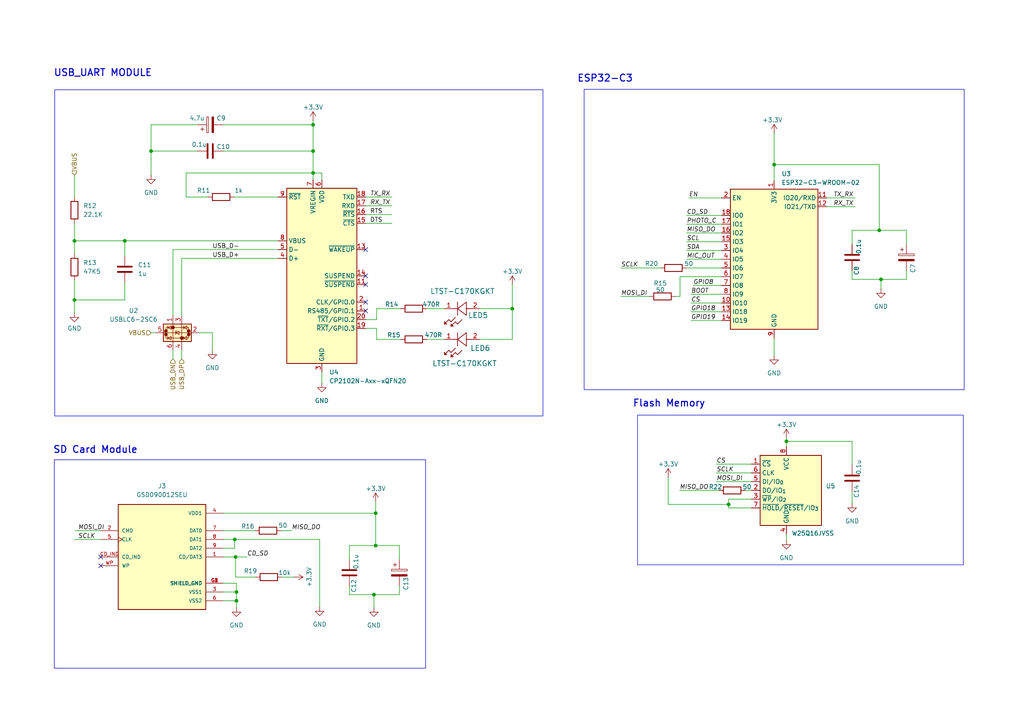
<source format=kicad_sch>
(kicad_sch (version 20250114) (generator "eeschema") (generator_version "9.0")
  (paper "A4")
  (lib_symbols
    (symbol "2025-07-01_05-12-42:LTST-C170KGKT" (pin_names (offset 0.254))
      (property "Reference" "LED" (at 5.08 -4.445 0))
      (property "Value" "LTST-C170KGKT" (at 5.08 -7.62 0))
      (symbol "LTST-C170KGKT_1_1"
        (polyline (pts (xy 2.54 0) (xy 3.4798 0)) (stroke (width 0.2032)))
        (polyline (pts (xy 3.175 0) (xy 3.81 0)) (stroke (width 0.2032)))
        (polyline (pts (xy 3.81 1.905) (xy 3.81 -1.905)) (stroke (width 0.2032)))
        (polyline (pts (xy 3.81 -1.905) (xy 6.35 0)) (stroke (width 0.2032)))
        (polyline (pts (xy 5.08 3.175) (xy 6.35 4.445)) (stroke (width 0.2032)))
        (polyline (pts (xy 6.35 4.445) (xy 6.985 3.81)) (stroke (width 0.2032)))
        (polyline (pts (xy 6.35 0) (xy 3.81 1.905)) (stroke (width 0.2032)))
        (polyline (pts (xy 6.35 0) (xy 7.62 0)) (stroke (width 0.2032)))
        (polyline (pts (xy 6.35 -1.905) (xy 6.35 1.905)) (stroke (width 0.2032)))
        (polyline (pts (xy 6.985 3.81) (xy 8.255 5.08)) (stroke (width 0.2032)))
        (polyline (pts (xy 6.985 2.54) (xy 8.255 3.81)) (stroke (width 0.2032)))
        (polyline (pts (xy 7.62 5.08) (xy 8.255 4.445)) (stroke (width 0.2032)))
        (polyline (pts (xy 8.255 5.08) (xy 7.62 5.08)) (stroke (width 0.2032)))
        (polyline (pts (xy 8.255 4.445) (xy 8.255 5.08)) (stroke (width 0.2032)))
        (polyline (pts (xy 8.255 3.81) (xy 8.89 3.175)) (stroke (width 0.2032)))
        (polyline (pts (xy 8.89 3.175) (xy 10.16 4.445)) (stroke (width 0.2032)))
        (polyline (pts (xy 9.525 4.445) (xy 10.16 3.81)) (stroke (width 0.2032)))
        (polyline (pts (xy 10.16 4.445) (xy 9.525 4.445)) (stroke (width 0.2032)))
        (polyline (pts (xy 10.16 3.81) (xy 10.16 4.445)) (stroke (width 0.2032)))
        (pin unspecified line (at 0 0 0) (length 2.54) (name "") (number "2"))
        (pin unspecified line (at 10.16 0 180) (length 2.54) (name "") (number "1"))
      )
      (symbol "LTST-C170KGKT_1_2"
        (polyline (pts (xy -5.08 8.255) (xy -5.08 7.62)) (stroke (width 0.2032)))
        (polyline (pts (xy -5.08 7.62) (xy -4.445 8.255)) (stroke (width 0.2032)))
        (polyline (pts (xy -4.445 10.16) (xy -4.445 9.525)) (stroke (width 0.2032)))
        (polyline (pts (xy -4.445 9.525) (xy -3.81 10.16)) (stroke (width 0.2032)))
        (polyline (pts (xy -4.445 8.255) (xy -5.08 8.255)) (stroke (width 0.2032)))
        (polyline (pts (xy -4.445 6.35) (xy -3.81 6.985)) (stroke (width 0.2032)))
        (polyline (pts (xy -3.81 10.16) (xy -4.445 10.16)) (stroke (width 0.2032)))
        (polyline (pts (xy -3.81 8.255) (xy -3.175 8.89)) (stroke (width 0.2032)))
        (polyline (pts (xy -3.81 6.985) (xy -5.08 8.255)) (stroke (width 0.2032)))
        (polyline (pts (xy -3.175 8.89) (xy -4.445 10.16)) (stroke (width 0.2032)))
        (polyline (pts (xy -3.175 5.08) (xy -4.445 6.35)) (stroke (width 0.2032)))
        (polyline (pts (xy -2.54 6.985) (xy -3.81 8.255)) (stroke (width 0.2032)))
        (polyline (pts (xy -1.905 3.81) (xy 1.905 3.81)) (stroke (width 0.2032)))
        (polyline (pts (xy 0 6.35) (xy -1.905 3.81)) (stroke (width 0.2032)))
        (polyline (pts (xy 0 6.35) (xy 0 7.62)) (stroke (width 0.2032)))
        (polyline (pts (xy 0 3.175) (xy 0 3.81)) (stroke (width 0.2032)))
        (polyline (pts (xy 0 2.54) (xy 0 3.4798)) (stroke (width 0.2032)))
        (polyline (pts (xy 1.905 6.35) (xy -1.905 6.35)) (stroke (width 0.2032)))
        (polyline (pts (xy 1.905 3.81) (xy 0 6.35)) (stroke (width 0.2032)))
        (pin unspecified line (at 0 10.16 270) (length 2.54) (name "") (number "1"))
        (pin unspecified line (at 0 0 90) (length 2.54) (name "") (number "2"))
      )
    )
    (symbol "Device:C" (pin_numbers (hide yes)) (pin_names (offset 0.254))
      (property "Reference" "C" (at 0.635 2.54 0))
      (property "Value" "C" (at 0.635 -2.54 0))
      (symbol "C_0_1"
        (polyline (pts (xy -2.032 0.762) (xy 2.032 0.762)) (stroke (width 0.508)))
        (polyline (pts (xy -2.032 -0.762) (xy 2.032 -0.762)) (stroke (width 0.508)))
      )
      (symbol "C_1_1"
        (pin passive line (at 0 3.81 270) (length 2.794) (name "~") (number "1"))
        (pin passive line (at 0 -3.81 90) (length 2.794) (name "~") (number "2"))
      )
    )
    (symbol "Device:C_Polarized" (pin_numbers (hide yes)) (pin_names (offset 0.254))
      (property "Reference" "C" (at 0.635 2.54 0))
      (property "Value" "C_Polarized" (at 0.635 -2.54 0))
      (symbol "C_Polarized_0_1"
        (rectangle (start -2.286 0.508) (end 2.286 1.016))
        (polyline (pts (xy -1.778 2.286) (xy -0.762 2.286)))
        (polyline (pts (xy -1.27 2.794) (xy -1.27 1.778)))
        (rectangle (start 2.286 -0.508) (end -2.286 -1.016) (fill (type outline)))
      )
      (symbol "C_Polarized_1_1"
        (pin passive line (at 0 3.81 270) (length 2.794) (name "~") (number "1"))
        (pin passive line (at 0 -3.81 90) (length 2.794) (name "~") (number "2"))
      )
    )
    (symbol "Device:R" (pin_numbers (hide yes)) (pin_names (offset 0))
      (property "Reference" "R" (at 2.032 0 90))
      (property "Value" "R" (at 0 0 90))
      (symbol "R_0_1"
        (rectangle (start -1.016 -2.54) (end 1.016 2.54) (stroke (width 0.254)))
      )
      (symbol "R_1_1"
        (pin passive line (at 0 3.81 270) (length 1.27) (name "~") (number "1"))
        (pin passive line (at 0 -3.81 90) (length 1.27) (name "~") (number "2"))
      )
    )
    (symbol "GSD090012SEU:GSD090012SEU" (pin_names (offset 1.016))
      (property "Reference" "J" (at -12.7 16.002 0))
      (property "Value" "GSD090012SEU" (at -12.7 -17.78 0))
      (symbol "GSD090012SEU_0_0"
        (rectangle (start -12.7 -15.24) (end 12.7 15.24) (stroke (width 0.254)) (fill (type background)))
        (pin bidirectional line (at -17.78 7.62 0) (length 5.08) (name "CMD") (number "2"))
        (pin bidirectional clock (at -17.78 5.08 0) (length 5.08) (name "CLK") (number "5"))
        (pin passive line (at -17.78 0 0) (length 5.08) (name "CD_IND") (number "CD_IND"))
        (pin passive line (at -17.78 -2.54 0) (length 5.08) (name "WP") (number "WP"))
        (pin power_in line (at 17.78 12.7 180) (length 5.08) (name "VDD1") (number "4"))
        (pin bidirectional line (at 17.78 7.62 180) (length 5.08) (name "DAT0") (number "7"))
        (pin bidirectional line (at 17.78 5.08 180) (length 5.08) (name "DAT1") (number "8"))
        (pin bidirectional line (at 17.78 2.54 180) (length 5.08) (name "DAT2") (number "9"))
        (pin bidirectional line (at 17.78 0 180) (length 5.08) (name "CD/DAT3") (number "1"))
        (pin power_in line (at 17.78 -7.62 180) (length 5.08) (name "SHIELD_GND") (number "G1"))
        (pin power_in line (at 17.78 -7.62 180) (length 5.08) (name "SHIELD_GND") (number "G2"))
        (pin power_in line (at 17.78 -7.62 180) (length 5.08) (name "SHIELD_GND") (number "G3"))
        (pin power_in line (at 17.78 -7.62 180) (length 5.08) (name "SHIELD_GND") (number "G4"))
        (pin power_in line (at 17.78 -10.16 180) (length 5.08) (name "VSS1") (number "3"))
        (pin power_in line (at 17.78 -12.7 180) (length 5.08) (name "VSS2") (number "6"))
      )
    )
    (symbol "Interface_USB:CP2102N-Axx-xQFN20"
      (property "Reference" "U" (at -8.89 26.67 0))
      (property "Value" "CP2102N-Axx-xQFN20" (at 12.7 26.67 0))
      (symbol "CP2102N-Axx-xQFN20_0_1"
        (rectangle (start -10.16 25.4) (end 10.16 -25.4) (stroke (width 0.254)) (fill (type background)))
      )
      (symbol "CP2102N-Axx-xQFN20_1_1"
        (pin input line (at -12.7 22.86 0) (length 2.54) (name "~{RST}") (number "9"))
        (pin input line (at -12.7 10.16 0) (length 2.54) (name "VBUS") (number "8"))
        (pin bidirectional line (at -12.7 7.62 0) (length 2.54) (name "D-") (number "5"))
        (pin bidirectional line (at -12.7 5.08 0) (length 2.54) (name "D+") (number "4"))
        (pin no_connect line (at -10.16 -22.86 0) (length 2.54) (hide yes) (name "NC") (number "10"))
        (pin power_in line (at -2.54 27.94 270) (length 2.54) (name "VREGIN") (number "7"))
        (pin power_in line (at 0 27.94 270) (length 2.54) (name "VDD") (number "6"))
        (pin passive line (at 0 -27.94 90) (length 2.54) (hide yes) (name "GND") (number "12"))
        (pin passive line (at 0 -27.94 90) (length 2.54) (hide yes) (name "GND") (number "21"))
        (pin power_in line (at 0 -27.94 90) (length 2.54) (name "GND") (number "3"))
        (pin output line (at 12.7 22.86 180) (length 2.54) (name "TXD") (number "18"))
        (pin input line (at 12.7 20.32 180) (length 2.54) (name "RXD") (number "17"))
        (pin output line (at 12.7 17.78 180) (length 2.54) (name "~{RTS}") (number "16"))
        (pin input line (at 12.7 15.24 180) (length 2.54) (name "~{CTS}") (number "15"))
        (pin input line (at 12.7 7.62 180) (length 2.54) (name "~{WAKEUP}") (number "13"))
        (pin output line (at 12.7 0 180) (length 2.54) (name "SUSPEND") (number "14"))
        (pin output line (at 12.7 -2.54 180) (length 2.54) (name "~{SUSPEND}") (number "11"))
        (pin bidirectional line (at 12.7 -7.62 180) (length 2.54) (name "CLK/GPIO.0") (number "2"))
        (pin bidirectional line (at 12.7 -10.16 180) (length 2.54) (name "RS485/GPIO.1") (number "1"))
        (pin bidirectional line (at 12.7 -12.7 180) (length 2.54) (name "~{TXT}/GPIO.2") (number "20"))
        (pin bidirectional line (at 12.7 -15.24 180) (length 2.54) (name "~{RXT}/GPIO.3") (number "19"))
      )
    )
    (symbol "Memory_Flash:W25Q16JVSS"
      (property "Reference" "U" (at -6.35 11.43 0))
      (property "Value" "W25Q16JVSS" (at 7.62 11.43 0))
      (symbol "W25Q16JVSS_0_1"
        (rectangle (start -7.62 10.16) (end 10.16 -10.16) (stroke (width 0.254)) (fill (type background)))
      )
      (symbol "W25Q16JVSS_1_1"
        (pin input line (at -10.16 7.62 0) (length 2.54) (name "~{CS}") (number "1"))
        (pin input line (at -10.16 5.08 0) (length 2.54) (name "CLK") (number "6"))
        (pin bidirectional line (at -10.16 2.54 0) (length 2.54) (name "DI/IO_{0}") (number "5"))
        (pin bidirectional line (at -10.16 0 0) (length 2.54) (name "DO/IO_{1}") (number "2"))
        (pin bidirectional line (at -10.16 -2.54 0) (length 2.54) (name "~{WP}/IO_{2}") (number "3"))
        (pin bidirectional line (at -10.16 -5.08 0) (length 2.54) (name "~{HOLD}/~{RESET}/IO_{3}") (number "7"))
        (pin power_in line (at 0 12.7 270) (length 2.54) (name "VCC") (number "8"))
        (pin power_in line (at 0 -12.7 90) (length 2.54) (name "GND") (number "4"))
      )
    )
    (symbol "Power_Protection:USBLC6-2SC6" (pin_names (hide yes))
      (property "Reference" "U" (at 0.635 5.715 0))
      (property "Value" "USBLC6-2SC6" (at 0.635 3.81 0))
      (symbol "USBLC6-2SC6_0_0"
        (circle (center -1.524 0) (radius 0.0001) (stroke (width 0.508)))
        (circle (center -0.508 2.032) (radius 0.0001) (stroke (width 0.508)))
        (circle (center -0.508 -4.572) (radius 0.0001) (stroke (width 0.508)))
        (circle (center 0.508 2.032) (radius 0.0001) (stroke (width 0.508)))
        (circle (center 0.508 -4.572) (radius 0.0001) (stroke (width 0.508)))
        (circle (center 1.524 -2.54) (radius 0.0001) (stroke (width 0.508)))
      )
      (symbol "USBLC6-2SC6_0_1"
        (polyline (pts (xy -2.54 0) (xy 2.54 0)))
        (polyline (pts (xy -2.54 -2.54) (xy 2.54 -2.54)))
        (polyline (pts (xy -2.032 0.508) (xy -1.016 0.508) (xy -1.524 1.524) (xy -2.032 0.508)))
        (polyline (pts (xy -2.032 -3.048) (xy -1.016 -3.048)))
        (polyline (pts (xy -1.016 1.524) (xy -2.032 1.524)))
        (polyline (pts (xy -1.016 -4.064) (xy -2.032 -4.064) (xy -1.524 -3.048) (xy -1.016 -4.064)))
        (polyline (pts (xy -0.508 -1.143) (xy -0.508 -0.762) (xy 0.508 -0.762)))
        (polyline (pts (xy 0 2.54) (xy -0.508 2.032) (xy 0.508 2.032) (xy 0 1.524) (xy 0 -4.064) (xy -0.508 -4.572) (xy 0.508 -4.572) (xy 0 -5.08)))
        (polyline (pts (xy 0.508 -1.778) (xy -0.508 -1.778) (xy 0 -0.762) (xy 0.508 -1.778)))
        (polyline (pts (xy 1.016 1.524) (xy 2.032 1.524)))
        (polyline (pts (xy 1.016 -3.048) (xy 2.032 -3.048)))
        (polyline (pts (xy 2.032 0.508) (xy 1.016 0.508) (xy 1.524 1.524) (xy 2.032 0.508)))
        (polyline (pts (xy 2.032 -4.064) (xy 1.016 -4.064) (xy 1.524 -3.048) (xy 2.032 -4.064)))
      )
      (symbol "USBLC6-2SC6_1_1"
        (rectangle (start -2.54 2.794) (end 2.54 -5.334) (stroke (width 0.254)) (fill (type background)))
        (polyline (pts (xy -0.508 2.032) (xy -1.524 2.032) (xy -1.524 -4.572) (xy -0.508 -4.572)))
        (polyline (pts (xy 0.508 -4.572) (xy 1.524 -4.572) (xy 1.524 2.032) (xy 0.508 2.032)))
        (pin passive line (at -5.08 0 0) (length 2.54) (name "I/O1") (number "1"))
        (pin passive line (at -5.08 -2.54 0) (length 2.54) (name "I/O2") (number "3"))
        (pin passive line (at 0 5.08 270) (length 2.54) (name "VBUS") (number "5"))
        (pin passive line (at 0 -7.62 90) (length 2.54) (name "GND") (number "2"))
        (pin passive line (at 5.08 0 180) (length 2.54) (name "I/O1") (number "6"))
        (pin passive line (at 5.08 -2.54 180) (length 2.54) (name "I/O2") (number "4"))
      )
    )
    (symbol "RF_Module:ESP32-C3-WROOM-02"
      (property "Reference" "U" (at -12.192 21.336 0))
      (property "Value" "ESP32-C3-WROOM-02" (at 12.192 21.336 0))
      (symbol "ESP32-C3-WROOM-02_1_1"
        (rectangle (start -12.7 20.32) (end 12.7 -20.32) (stroke (width 0.254)) (fill (type background)))
        (pin input line (at -15.24 17.78 0) (length 2.54) (name "EN") (number "2"))
        (pin bidirectional line (at -15.24 12.7 0) (length 2.54) (name "IO0") (number "18"))
        (pin bidirectional line (at -15.24 10.16 0) (length 2.54) (name "IO1") (number "17"))
        (pin bidirectional line (at -15.24 7.62 0) (length 2.54) (name "IO2") (number "16"))
        (pin bidirectional line (at -15.24 5.08 0) (length 2.54) (name "IO3") (number "15"))
        (pin bidirectional line (at -15.24 2.54 0) (length 2.54) (name "IO4") (number "3"))
        (pin bidirectional line (at -15.24 0 0) (length 2.54) (name "IO5") (number "4"))
        (pin bidirectional line (at -15.24 -2.54 0) (length 2.54) (name "IO6") (number "5"))
        (pin bidirectional line (at -15.24 -5.08 0) (length 2.54) (name "IO7") (number "6"))
        (pin bidirectional line (at -15.24 -7.62 0) (length 2.54) (name "IO8") (number "7"))
        (pin bidirectional line (at -15.24 -10.16 0) (length 2.54) (name "IO9") (number "8"))
        (pin bidirectional line (at -15.24 -12.7 0) (length 2.54) (name "IO10") (number "10"))
        (pin bidirectional line (at -15.24 -15.24 0) (length 2.54) (name "IO18") (number "13"))
        (pin bidirectional line (at -15.24 -17.78 0) (length 2.54) (name "IO19") (number "14"))
        (pin power_in line (at 0 22.86 270) (length 2.54) (name "3V3") (number "1"))
        (pin passive line (at 0 -22.86 90) (length 2.54) (hide yes) (name "GND") (number "19"))
        (pin power_in line (at 0 -22.86 90) (length 2.54) (name "GND") (number "9"))
        (pin bidirectional line (at 15.24 17.78 180) (length 2.54) (name "IO20/RXD") (number "11"))
        (pin bidirectional line (at 15.24 15.24 180) (length 2.54) (name "IO21/TXD") (number "12"))
      )
    )
    (symbol "power:+3.3V" (power) (pin_numbers (hide yes)) (pin_names (offset 0) (hide yes))
      (property "Value" "+3.3V" (at 0 3.556 0))
      (symbol "+3.3V_0_1"
        (polyline (pts (xy -0.762 1.27) (xy 0 2.54)))
        (polyline (pts (xy 0 2.54) (xy 0.762 1.27)))
        (polyline (pts (xy 0 0) (xy 0 2.54)))
      )
      (symbol "+3.3V_1_1"
        (pin power_in line (at 0 0 90) (length 0) (name "~") (number "1"))
      )
    )
    (symbol "power:GND" (power) (pin_numbers (hide yes)) (pin_names (offset 0) (hide yes))
      (property "Value" "GND" (at 0 -3.81 0))
      (symbol "GND_0_1"
        (polyline (pts (xy 0 0) (xy 0 -1.27) (xy 1.27 -1.27) (xy 0 -2.54) (xy -1.27 -1.27) (xy 0 -1.27)))
      )
      (symbol "GND_1_1"
        (pin power_in line (at 0 0 270) (length 0) (name "~") (number "1"))
      )
    )
  )
  (rectangle (start 15.748 133.35) (end 123.444 193.802))
  (rectangle (start 15.875 26.035) (end 157.48 120.65))
  (rectangle (start 169.418 25.908) (end 279.654 113.03))
  (rectangle (start 184.912 120.396) (end 279.4 163.83))
  (text "SD Card Module\n" (at 27.686 130.556 0) (effects (font (size 2 2) (thickness 0.3) (bold yes))))
  (text "USB_UART MODULE\n\n" (at 29.845 22.86 0) (effects (font (size 2 2) (thickness 0.3) (bold yes))))
  (text "Flash Memory\n" (at 194.056 117.094 0) (effects (font (size 2 2) (thickness 0.3) (bold yes))))
  (text "ESP32-C3" (at 175.514 22.86 0) (effects (font (size 2 2) (thickness 0.3) (bold yes))))
  (junction (at 108.458 172.466))
  (junction (at 21.59 69.85))
  (junction (at 148.59 89.535))
  (junction (at 90.805 43.815))
  (junction (at 224.536 47.752))
  (junction (at 90.805 36.195))
  (junction (at 21.59 86.995))
  (junction (at 68.072 156.464))
  (junction (at 68.326 161.544))
  (junction (at 211.328 146.304))
  (junction (at 68.58 171.704))
  (junction (at 108.966 148.844))
  (junction (at 255.016 66.802))
  (junction (at 90.805 50.165))
  (junction (at 43.815 43.815))
  (junction (at 108.966 158.242))
  (junction (at 68.58 174.244))
  (junction (at 255.524 81.026))
  (junction (at 228.092 128.016))
  (junction (at 36.195 69.85))
  (no_connect (at 29.21 161.544))
  (no_connect (at 106.045 87.63))
  (no_connect (at 106.045 72.39))
  (no_connect (at 106.045 90.17))
  (no_connect (at 29.21 164.084))
  (no_connect (at 106.045 80.01))
  (no_connect (at 106.045 82.55))
  (wire (pts (xy 108.966 158.242) (xy 115.824 158.242)))
  (wire (pts (xy 115.824 169.926) (xy 115.824 172.466)))
  (wire (pts (xy 209.296 80.264) (xy 197.231 80.264)))
  (wire (pts (xy 200.406 87.884) (xy 209.296 87.884)))
  (wire (pts (xy 64.77 161.544) (xy 68.326 161.544)))
  (wire (pts (xy 36.195 69.85) (xy 36.195 74.295)))
  (wire (pts (xy 21.844 153.924) (xy 29.21 153.924)))
  (wire (pts (xy 247.142 128.016) (xy 247.142 134.874)))
  (wire (pts (xy 43.815 43.815) (xy 57.15 43.815)))
  (wire (pts (xy 148.59 82.55) (xy 148.59 89.535)))
  (wire (pts (xy 64.77 156.464) (xy 68.072 156.464)))
  (wire (pts (xy 53.975 50.165) (xy 90.805 50.165)))
  (wire (pts (xy 199.136 72.644) (xy 209.296 72.644)))
  (wire (pts (xy 195.961 85.979) (xy 197.231 85.979)))
  (wire (pts (xy 64.77 174.244) (xy 68.58 174.244)))
  (wire (pts (xy 199.136 67.564) (xy 209.296 67.564)))
  (wire (pts (xy 193.802 138.43) (xy 193.802 146.304)))
  (wire (pts (xy 108.966 148.844) (xy 108.966 158.242)))
  (wire (pts (xy 101.346 172.466) (xy 108.458 172.466)))
  (wire (pts (xy 64.77 169.164) (xy 68.58 169.164)))
  (wire (pts (xy 52.705 91.44) (xy 52.705 74.93)))
  (wire (pts (xy 109.22 95.25) (xy 106.045 95.25)))
  (wire (pts (xy 211.328 146.304) (xy 211.328 147.32)))
  (wire (pts (xy 52.705 101.6) (xy 52.705 104.14)))
  (wire (pts (xy 68.072 156.464) (xy 92.71 156.464)))
  (wire (pts (xy 199.136 75.184) (xy 209.296 75.184)))
  (wire (pts (xy 68.326 161.544) (xy 71.628 161.544)))
  (wire (pts (xy 247.142 66.802) (xy 255.016 66.802)))
  (wire (pts (xy 64.77 43.815) (xy 90.805 43.815)))
  (wire (pts (xy 108.458 172.466) (xy 115.824 172.466)))
  (wire (pts (xy 106.045 62.23) (xy 113.665 62.23)))
  (wire (pts (xy 200.406 90.424) (xy 209.296 90.424)))
  (wire (pts (xy 101.346 158.242) (xy 108.966 158.242)))
  (wire (pts (xy 247.142 66.802) (xy 247.142 70.866)))
  (wire (pts (xy 67.945 57.15) (xy 80.645 57.15)))
  (wire (pts (xy 180.086 77.724) (xy 191.516 77.724)))
  (wire (pts (xy 207.772 139.7) (xy 217.932 139.7)))
  (wire (pts (xy 81.788 167.386) (xy 85.344 167.386)))
  (wire (pts (xy 21.59 86.995) (xy 36.195 86.995)))
  (wire (pts (xy 247.142 81.026) (xy 247.142 78.486)))
  (wire (pts (xy 199.136 62.484) (xy 209.296 62.484)))
  (wire (pts (xy 90.805 50.165) (xy 90.805 52.07)))
  (wire (pts (xy 109.22 89.535) (xy 109.22 92.71)))
  (wire (pts (xy 116.205 89.535) (xy 109.22 89.535)))
  (wire (pts (xy 262.89 66.802) (xy 262.89 70.866)))
  (wire (pts (xy 21.59 69.85) (xy 36.195 69.85)))
  (wire (pts (xy 207.772 137.16) (xy 217.932 137.16)))
  (wire (pts (xy 200.406 92.964) (xy 209.296 92.964)))
  (wire (pts (xy 199.136 65.024) (xy 209.296 65.024)))
  (wire (pts (xy 43.815 96.52) (xy 45.085 96.52)))
  (wire (pts (xy 90.805 36.195) (xy 90.805 43.815)))
  (wire (pts (xy 228.092 154.94) (xy 228.092 156.718)))
  (wire (pts (xy 217.932 144.78) (xy 211.328 144.78)))
  (wire (pts (xy 64.77 159.004) (xy 68.072 159.004)))
  (wire (pts (xy 228.092 128.016) (xy 247.142 128.016)))
  (wire (pts (xy 50.165 91.44) (xy 50.165 72.39)))
  (wire (pts (xy 211.328 144.78) (xy 211.328 146.304)))
  (wire (pts (xy 52.705 74.93) (xy 80.645 74.93)))
  (wire (pts (xy 29.21 156.464) (xy 21.59 156.464)))
  (wire (pts (xy 36.195 81.915) (xy 36.195 86.995)))
  (wire (pts (xy 109.22 92.71) (xy 106.045 92.71)))
  (wire (pts (xy 139.065 98.425) (xy 148.59 98.425)))
  (wire (pts (xy 199.771 57.404) (xy 209.296 57.404)))
  (wire (pts (xy 43.815 50.8) (xy 43.815 43.815)))
  (wire (pts (xy 64.77 148.844) (xy 108.966 148.844)))
  (wire (pts (xy 255.524 81.026) (xy 262.89 81.026)))
  (wire (pts (xy 21.59 86.995) (xy 21.59 90.805)))
  (wire (pts (xy 64.77 171.704) (xy 68.58 171.704)))
  (wire (pts (xy 21.59 69.85) (xy 21.59 73.66)))
  (wire (pts (xy 123.825 98.425) (xy 128.905 98.425)))
  (wire (pts (xy 199.136 77.724) (xy 209.296 77.724)))
  (wire (pts (xy 68.58 171.704) (xy 68.58 174.244)))
  (wire (pts (xy 64.77 36.195) (xy 90.805 36.195)))
  (wire (pts (xy 115.824 158.242) (xy 115.824 162.306)))
  (wire (pts (xy 116.205 98.425) (xy 109.22 98.425)))
  (wire (pts (xy 262.89 78.486) (xy 262.89 81.026)))
  (wire (pts (xy 123.825 89.535) (xy 128.905 89.535)))
  (wire (pts (xy 74.168 167.386) (xy 68.326 167.386)))
  (wire (pts (xy 64.77 153.924) (xy 73.914 153.924)))
  (wire (pts (xy 207.772 134.62) (xy 217.932 134.62)))
  (wire (pts (xy 216.154 142.24) (xy 217.932 142.24)))
  (wire (pts (xy 92.71 156.464) (xy 92.71 176.022)))
  (wire (pts (xy 93.345 107.95) (xy 93.345 111.125)))
  (wire (pts (xy 53.975 50.165) (xy 53.975 57.15)))
  (wire (pts (xy 21.59 64.77) (xy 21.59 69.85)))
  (wire (pts (xy 247.142 142.494) (xy 247.142 146.05)))
  (wire (pts (xy 106.045 64.77) (xy 113.665 64.77)))
  (wire (pts (xy 217.932 147.32) (xy 211.328 147.32)))
  (wire (pts (xy 255.016 66.802) (xy 255.016 47.752)))
  (wire (pts (xy 239.776 57.404) (xy 248.031 57.404)))
  (wire (pts (xy 255.524 81.026) (xy 255.524 83.82)))
  (wire (pts (xy 68.326 161.544) (xy 68.326 167.386)))
  (wire (pts (xy 199.136 70.104) (xy 209.296 70.104)))
  (wire (pts (xy 148.59 89.535) (xy 148.59 98.425)))
  (wire (pts (xy 180.086 85.979) (xy 188.341 85.979)))
  (wire (pts (xy 108.458 172.466) (xy 108.458 176.276)))
  (wire (pts (xy 43.815 36.195) (xy 43.815 43.815)))
  (wire (pts (xy 228.092 128.016) (xy 228.092 129.54)))
  (wire (pts (xy 21.59 50.8) (xy 21.59 57.15)))
  (wire (pts (xy 90.805 43.815) (xy 90.805 50.165)))
  (wire (pts (xy 255.016 47.752) (xy 224.536 47.752)))
  (wire (pts (xy 224.536 98.044) (xy 224.536 103.124)))
  (wire (pts (xy 101.346 158.242) (xy 101.346 162.306)))
  (wire (pts (xy 93.345 50.165) (xy 90.805 50.165)))
  (wire (pts (xy 50.165 72.39) (xy 80.645 72.39)))
  (wire (pts (xy 224.536 38.608) (xy 224.536 47.752)))
  (wire (pts (xy 228.092 128.016) (xy 228.092 127)))
  (wire (pts (xy 200.406 85.344) (xy 209.296 85.344)))
  (wire (pts (xy 201.041 82.804) (xy 209.296 82.804)))
  (wire (pts (xy 239.776 59.944) (xy 248.031 59.944)))
  (wire (pts (xy 90.805 34.925) (xy 90.805 36.195)))
  (wire (pts (xy 255.016 66.802) (xy 262.89 66.802)))
  (wire (pts (xy 68.58 174.244) (xy 68.58 176.276)))
  (wire (pts (xy 197.104 142.24) (xy 208.534 142.24)))
  (wire (pts (xy 68.58 169.164) (xy 68.58 171.704)))
  (wire (pts (xy 81.534 153.924) (xy 84.582 153.924)))
  (wire (pts (xy 193.802 146.304) (xy 211.328 146.304)))
  (wire (pts (xy 139.065 89.535) (xy 148.59 89.535)))
  (wire (pts (xy 57.785 96.52) (xy 61.595 96.52)))
  (wire (pts (xy 61.595 96.52) (xy 61.595 101.6)))
  (wire (pts (xy 106.045 59.69) (xy 113.665 59.69)))
  (wire (pts (xy 50.165 101.6) (xy 50.165 104.14)))
  (wire (pts (xy 106.045 57.15) (xy 113.665 57.15)))
  (wire (pts (xy 36.195 69.85) (xy 80.645 69.85)))
  (wire (pts (xy 93.345 52.07) (xy 93.345 50.165)))
  (wire (pts (xy 68.072 159.004) (xy 68.072 156.464)))
  (wire (pts (xy 224.536 47.752) (xy 224.536 52.324)))
  (wire (pts (xy 247.142 81.026) (xy 255.524 81.026)))
  (wire (pts (xy 21.59 81.28) (xy 21.59 86.995)))
  (wire (pts (xy 197.231 80.264) (xy 197.231 85.979)))
  (wire (pts (xy 57.15 36.195) (xy 43.815 36.195)))
  (wire (pts (xy 101.346 172.466) (xy 101.346 169.926)))
  (wire (pts (xy 60.325 57.15) (xy 53.975 57.15)))
  (wire (pts (xy 109.22 98.425) (xy 109.22 95.25)))
  (wire (pts (xy 108.966 145.542) (xy 108.966 148.844)))
  (label "MISO_DO" (at 197.104 142.24 0) (effects (font (italic yes))))
  (label "CS" (at 200.406 87.884 0) (effects (font (italic yes))))
  (label "PHOTO_C" (at 199.136 65.024 0) (effects (font (italic yes))))
  (label "MOSI_DI" (at 22.606 153.924 0) (effects (font (italic yes))))
  (label "MISO_DO" (at 199.136 67.564 0) (effects (font (italic yes))))
  (label "SCLK" (at 207.772 137.16 0) (effects (font (italic yes))))
  (label "CD_SD" (at 71.628 161.544 0) (effects (font (italic yes))))
  (label "GPIO8" (at 201.041 82.804 0) (effects (font (italic yes))))
  (label "BOOT" (at 200.406 85.344 0) (effects (font (italic yes))))
  (label "TX_RX" (at 241.681 57.404 0) (effects (font (italic yes))))
  (label "MIC_OUT" (at 199.136 75.184 0) (effects (font (italic yes))))
  (label "SCLK" (at 22.606 156.464 0) (effects (font (italic yes))))
  (label "RX_TX" (at 107.315 59.69 0) (effects (font (italic yes))))
  (label "SCLK" (at 180.086 77.724 0) (effects (font (italic yes))))
  (label "RTS" (at 107.315 62.23 0))
  (label "GPIO18" (at 200.406 90.424 0) (effects (font (italic yes))))
  (label "TX_RX" (at 107.315 57.15 0) (effects (font (italic yes))))
  (label "CD_SD" (at 199.136 62.484 0) (effects (font (italic yes))))
  (label "MOSI_DI" (at 207.772 139.7 0) (effects (font (italic yes))))
  (label "SCL" (at 199.136 70.104 0) (effects (font (italic yes))))
  (label "CS" (at 207.772 134.62 0) (effects (font (italic yes))))
  (label "USB_D+" (at 61.595 74.93 0))
  (label "USB_D-" (at 61.595 72.39 0))
  (label "MOSI_DI" (at 180.086 85.979 0) (effects (font (italic yes))))
  (label "GPIO19" (at 200.406 92.964 0) (effects (font (italic yes))))
  (label "MISO_DO" (at 84.582 153.924 0) (effects (font (italic yes))))
  (label "RX_TX" (at 241.681 59.944 0) (effects (font (italic yes))))
  (label "SDA" (at 199.136 72.644 0) (effects (font (italic yes))))
  (label "EN" (at 199.771 57.404 0) (effects (font (italic yes))))
  (label "DTS" (at 107.315 64.77 0))
  (hierarchical_label "VBUS" (shape input) (at 21.59 50.8 90))
  (hierarchical_label "USB_DP" (shape input) (at 52.705 104.14 270))
  (hierarchical_label "USB_DN" (shape input) (at 50.165 104.14 270))
  (hierarchical_label "VBUS" (shape input) (at 43.815 96.52 180))
  (symbol (lib_id "Device:R") (at 120.015 89.535 90) (unit 1)
    (property "Reference" "R14" (at 115.57 88.265 90) (effects (justify left)))
    (property "Value" "470R" (at 127.635 88.265 90) (effects (justify left)))
    (property "Description" "Resistor" (effects (hide yes)))
  )
  (symbol (lib_id "Device:C_Polarized") (at 60.96 36.195 90) (unit 1)
    (property "Reference" "C9" (at 64.135 34.29 90))
    (property "Value" "4.7u" (at 57.15 34.29 90))
    (property "Description" "Polarized capacitor" (effects (hide yes)))
  )
  (symbol (lib_id "power:+3.3V") (at 228.092 127 0) (unit 1)
    (property "Reference" "#PWR038" (effects (hide yes)))
    (property "Value" "+3.3V" (at 228.092 123.19 0))
    (property "Description" "Power symbol creates a global label with name \"+3.3V\"" (effects (hide yes)))
  )
  (symbol (lib_id "power:+3.3V") (at 193.802 138.43 0) (unit 1)
    (property "Reference" "#PWR037" (effects (hide yes)))
    (property "Value" "+3.3V" (at 193.802 134.62 0))
    (property "Description" "Power symbol creates a global label with name \"+3.3V\"" (effects (hide yes)))
  )
  (symbol (lib_id "Power_Protection:USBLC6-2SC6") (at 50.165 96.52 90) (mirror x) (unit 1)
    (property "Reference" "U2" (at 38.735 90.0998 90))
    (property "Value" "USBLC6-2SC6" (at 38.735 92.6398 90))
    (property "Footprint" "Package_TO_SOT_SMD:SOT-23-6" (effects (hide yes)))
    (property "Datasheet" "https://www.st.com/resource/en/datasheet/usblc6-2.pdf" (effects (hide yes)))
    (property "Description" "Very low capacitance ESD protection diode, 2 data-line, SOT-23-6" (effects (hide yes)))
  )
  (symbol (lib_id "power:GND") (at 92.71 176.022 0) (mirror y) (unit 1)
    (property "Reference" "#PWR033" (effects (hide yes)))
    (property "Value" "GND" (at 92.71 181.102 0))
    (property "Description" "Power symbol creates a global label with name \"GND\" , ground" (effects (hide yes)))
  )
  (symbol (lib_id "power:GND") (at 21.59 90.805 0) (unit 1)
    (property "Reference" "#PWR024" (effects (hide yes)))
    (property "Value" "GND" (at 21.59 95.25 0))
    (property "Description" "Power symbol creates a global label with name \"GND\" , ground" (effects (hide yes)))
  )
  (symbol (lib_id "power:GND") (at 255.524 83.82 0) (mirror y) (unit 1)
    (property "Reference" "#PWR031" (effects (hide yes)))
    (property "Value" "GND" (at 255.524 88.9 0))
    (property "Description" "Power symbol creates a global label with name \"GND\" , ground" (effects (hide yes)))
  )
  (symbol (lib_id "power:GND") (at 68.58 176.276 0) (mirror y) (unit 1)
    (property "Reference" "#PWR034" (effects (hide yes)))
    (property "Value" "GND" (at 68.58 181.356 0))
    (property "Description" "Power symbol creates a global label with name \"GND\" , ground" (effects (hide yes)))
  )
  (symbol (lib_id "Device:R") (at 77.724 153.924 90) (unit 1)
    (property "Reference" "R16" (at 71.882 152.654 90))
    (property "Value" "50" (at 82.042 152.4 90))
    (property "Description" "Resistor" (effects (hide yes)))
  )
  (symbol (lib_id "Device:R") (at 195.326 77.724 90) (unit 1)
    (property "Reference" "R20" (at 188.976 76.454 90))
    (property "Value" "50" (at 199.771 76.454 90))
    (property "Description" "Resistor" (effects (hide yes)))
  )
  (symbol (lib_id "Device:R") (at 212.344 142.24 90) (unit 1)
    (property "Reference" "R22" (at 207.518 141.224 90))
    (property "Value" "50" (at 216.662 141.224 90))
    (property "Description" "Resistor" (effects (hide yes)))
  )
  (symbol (lib_id "power:+3.3V") (at 90.805 34.925 0) (unit 1)
    (property "Reference" "#PWR027" (effects (hide yes)))
    (property "Value" "+3.3V" (at 90.805 31.115 0))
    (property "Description" "Power symbol creates a global label with name \"+3.3V\"" (effects (hide yes)))
  )
  (symbol (lib_id "Device:C") (at 101.346 166.116 0) (unit 1)
    (property "Reference" "C12" (at 102.616 169.926 90))
    (property "Value" "0.1u" (at 103.251 162.941 90))
    (property "Description" "Unpolarized capacitor" (effects (hide yes)))
  )
  (symbol (lib_id "Interface_USB:CP2102N-Axx-xQFN20") (at 93.345 80.01 0) (unit 1)
    (property "Reference" "U4" (at 95.4883 107.95 0) (effects (justify left)))
    (property "Value" "CP2102N-Axx-xQFN20" (at 95.4883 110.49 0) (effects (justify left)))
    (property "Footprint" "Package_DFN_QFN:SiliconLabs_QFN-20-1EP_3x3mm_P0.5mm" (effects (hide yes)))
    (property "Datasheet" "https://www.silabs.com/documents/public/data-sheets/cp2102n-datasheet.pdf" (effects (hide yes)))
    (property "Description" "USB to UART master bridge, QFN-20" (effects (hide yes)))
  )
  (symbol (lib_id "Device:C") (at 247.142 138.684 0) (unit 1)
    (property "Reference" "C14" (at 248.412 142.494 90))
    (property "Value" "0.1u" (at 249.047 135.509 90))
    (property "Description" "Unpolarized capacitor" (effects (hide yes)))
  )
  (symbol (lib_id "power:+3.3V") (at 85.344 167.386 270) (unit 1)
    (property "Reference" "#PWR032" (effects (hide yes)))
    (property "Value" "+3.3V" (at 89.662 167.386 0))
    (property "Description" "Power symbol creates a global label with name \"+3.3V\"" (effects (hide yes)))
  )
  (symbol (lib_id "power:GND") (at 43.815 50.8 0) (mirror y) (unit 1)
    (property "Reference" "#PWR026" (effects (hide yes)))
    (property "Value" "GND" (at 43.815 55.88 0))
    (property "Description" "Power symbol creates a global label with name \"GND\" , ground" (effects (hide yes)))
  )
  (symbol (lib_id "power:+3.3V") (at 108.966 145.542 0) (unit 1)
    (property "Reference" "#PWR036" (effects (hide yes)))
    (property "Value" "+3.3V" (at 108.966 141.732 0))
    (property "Description" "Power symbol creates a global label with name \"+3.3V\"" (effects (hide yes)))
  )
  (symbol (lib_id "Device:R") (at 77.978 167.386 90) (unit 1)
    (property "Reference" "R19" (at 72.644 165.608 90))
    (property "Value" "10k" (at 82.55 166.116 90))
    (property "Description" "Resistor" (effects (hide yes)))
  )
  (symbol (lib_id "power:GND") (at 228.092 156.718 0) (mirror y) (unit 1)
    (property "Reference" "#PWR039" (effects (hide yes)))
    (property "Value" "GND" (at 228.092 161.798 0))
    (property "Description" "Power symbol creates a global label with name \"GND\" , ground" (effects (hide yes)))
  )
  (symbol (lib_id "2025-07-01_05-12-42:LTST-C170KGKT") (at 139.065 98.425 180) (unit 1)
    (property "Reference" "LED6" (at 142.24 100.965 0) (effects (font (size 1.524 1.524)) (justify left)))
    (property "Value" "LTST-C170KGKT" (at 144.145 105.41 0) (effects (font (size 1.524 1.524)) (justify left)))
    (property "Footprint" "LED_LTST-C170KGKT_LTO" (effects (hide yes)))
    (property "Datasheet" "LTST-C170KGKT" (effects (hide yes)))
  )
  (symbol (lib_id "Device:C") (at 60.96 43.815 90) (unit 1)
    (property "Reference" "C10" (at 64.77 42.545 90))
    (property "Value" "0.1u" (at 57.785 41.91 90))
    (property "Description" "Unpolarized capacitor" (effects (hide yes)))
  )
  (symbol (lib_id "power:+3.3V") (at 224.536 38.608 0) (unit 1)
    (property "Reference" "#PWR030" (effects (hide yes)))
    (property "Value" "+3.3V" (at 224.028 34.798 0))
    (property "Description" "Power symbol creates a global label with name \"+3.3V\"" (effects (hide yes)))
  )
  (symbol (lib_id "Device:R") (at 21.59 60.96 0) (unit 1)
    (property "Reference" "R12" (at 24.13 59.6899 0) (effects (justify left)))
    (property "Value" "22.1K" (at 24.13 62.2299 0) (effects (justify left)))
    (property "Description" "Resistor" (effects (hide yes)))
  )
  (symbol (lib_id "power:GND") (at 247.142 146.05 0) (mirror y) (unit 1)
    (property "Reference" "#PWR040" (effects (hide yes)))
    (property "Value" "GND" (at 247.142 151.13 0))
    (property "Description" "Power symbol creates a global label with name \"GND\" , ground" (effects (hide yes)))
  )
  (symbol (lib_id "RF_Module:ESP32-C3-WROOM-02") (at 224.536 75.184 0) (unit 1)
    (property "Reference" "U3" (at 226.6793 50.419 0) (effects (justify left)))
    (property "Value" "ESP32-C3-WROOM-02" (at 226.6793 52.959 0) (effects (justify left)))
    (property "Footprint" "RF_Module:ESP32-C3-WROOM-02" (effects (hide yes)))
    (property "Datasheet" "https://www.espressif.com/sites/default/files/documentation/esp32-c3-wroom-02_datasheet_en.pdf" (effects (hide yes)))
    (property "Description" "802.11 b/g/n Wi­Fi and Bluetooth 5 module, ESP32­C3 SoC, RISC­V microprocessor, On-board antenna" (effects (hide yes)))
  )
  (symbol (lib_id "2025-07-01_05-12-42:LTST-C170KGKT") (at 139.065 89.535 180) (unit 1)
    (property "Reference" "LED5" (at 141.605 91.44 0) (effects (font (size 1.524 1.524)) (justify left)))
    (property "Value" "LTST-C170KGKT" (at 143.51 84.455 0) (effects (font (size 1.524 1.524)) (justify left)))
    (property "Footprint" "LED_LTST-C170KGKT_LTO" (effects (hide yes)))
    (property "Datasheet" "LTST-C170KGKT" (effects (hide yes)))
  )
  (symbol (lib_id "power:GND") (at 224.536 103.124 0) (mirror y) (unit 1)
    (property "Reference" "#PWR029" (effects (hide yes)))
    (property "Value" "GND" (at 224.536 108.204 0))
    (property "Description" "Power symbol creates a global label with name \"GND\" , ground" (effects (hide yes)))
  )
  (symbol (lib_id "Device:C_Polarized") (at 262.89 74.676 0) (unit 1)
    (property "Reference" "C7" (at 264.795 77.851 90))
    (property "Value" "4.7u" (effects (hide yes)))
    (property "Description" "Polarized capacitor" (effects (hide yes)))
  )
  (symbol (lib_id "power:GND") (at 108.458 176.276 0) (mirror y) (unit 1)
    (property "Reference" "#PWR035" (effects (hide yes)))
    (property "Value" "GND" (at 108.458 181.356 0))
    (property "Description" "Power symbol creates a global label with name \"GND\" , ground" (effects (hide yes)))
  )
  (symbol (lib_id "power:GND") (at 61.595 101.6 0) (mirror y) (unit 1)
    (property "Reference" "#PWR023" (effects (hide yes)))
    (property "Value" "GND" (at 61.595 106.68 0))
    (property "Description" "Power symbol creates a global label with name \"GND\" , ground" (effects (hide yes)))
  )
  (symbol (lib_id "Device:R") (at 21.59 77.47 0) (unit 1)
    (property "Reference" "R13" (at 24.13 76.1999 0) (effects (justify left)))
    (property "Value" "47K5" (at 24.13 78.7399 0) (effects (justify left)))
    (property "Description" "Resistor" (effects (hide yes)))
  )
  (symbol (lib_id "Device:C") (at 247.142 74.676 0) (unit 1)
    (property "Reference" "C8" (at 248.412 78.486 90))
    (property "Value" "0.1u" (at 249.047 71.501 90))
    (property "Description" "Unpolarized capacitor" (effects (hide yes)))
  )
  (symbol (lib_id "power:GND") (at 93.345 111.125 0) (mirror y) (unit 1)
    (property "Reference" "#PWR025" (effects (hide yes)))
    (property "Value" "GND" (at 93.345 116.205 0))
    (property "Description" "Power symbol creates a global label with name \"GND\" , ground" (effects (hide yes)))
  )
  (symbol (lib_id "power:+3.3V") (at 148.59 82.55 0) (unit 1)
    (property "Reference" "#PWR028" (effects (hide yes)))
    (property "Value" "+3.3V" (at 148.59 78.74 0))
    (property "Description" "Power symbol creates a global label with name \"+3.3V\"" (effects (hide yes)))
  )
  (symbol (lib_id "GSD090012SEU:GSD090012SEU") (at 46.99 161.544 0) (unit 1)
    (property "Reference" "J3" (at 46.99 140.97 0))
    (property "Value" "GSD090012SEU" (at 46.99 143.51 0))
    (property "Footprint" "GSD090012SEU:AMPHENOL_GSD090012SEU" (effects (hide yes)))
    (property "MF" "Amphenol" (effects (hide yes)))
    (property "MAXIMUM_PACKAGE_HEIGHT" "2.95mm" (effects (hide yes)))
    (property "Package" "None" (effects (hide yes)))
    (property "Price" "None" (effects (hide yes)))
    (property "Check_prices" "https://www.snapeda.com/parts/GSD090012SEU/Amphenol/view-part/?ref=eda" (effects (hide yes)))
    (property "STANDARD" "Manufacturer Recommendations" (effects (hide yes)))
    (property "PARTREV" "E" (effects (hide yes)))
    (property "SnapEDA_Link" "https://www.snapeda.com/parts/GSD090012SEU/Amphenol/view-part/?ref=snap" (effects (hide yes)))
    (property "MP" "GSD090012SEU" (effects (hide yes)))
    (property "Description_1" "Micro SD and SD Card Sockets, Input Output Connectors, SD Socket,9 Position,SMT" (effects (hide yes)))
    (property "Availability" "In Stock" (effects (hide yes)))
    (property "MANUFACTURER" "Amphenol" (effects (hide yes)))
  )
  (symbol (lib_id "Device:R") (at 192.151 85.979 90) (unit 1)
    (property "Reference" "R15" (at 191.516 82.169 90))
    (property "Value" "50" (at 191.516 84.074 90))
    (property "Description" "Resistor" (effects (hide yes)))
  )
  (symbol (lib_id "Device:C_Polarized") (at 115.824 166.116 0) (unit 1)
    (property "Reference" "C13" (at 117.729 169.291 90))
    (property "Value" "4.7u" (effects (hide yes)))
    (property "Description" "Polarized capacitor" (effects (hide yes)))
  )
  (symbol (lib_id "Device:C") (at 36.195 78.105 0) (unit 1)
    (property "Reference" "C11" (at 40.005 76.8349 0) (effects (justify left)))
    (property "Value" "1u" (at 40.005 79.3749 0) (effects (justify left)))
    (property "Description" "Unpolarized capacitor" (effects (hide yes)))
  )
  (symbol (lib_id "Device:R") (at 120.015 98.425 90) (unit 1)
    (property "Reference" "R15" (at 116.205 97.155 90) (effects (justify left)))
    (property "Value" "470R" (at 128.27 97.155 90) (effects (justify left)))
    (property "Description" "Resistor" (effects (hide yes)))
  )
  (symbol (lib_id "Memory_Flash:W25Q16JVSS") (at 228.092 142.24 0) (unit 1)
    (property "Reference" "U5" (at 239.522 140.9699 0) (effects (justify left)))
    (property "Value" "W25Q16JVSS" (at 229.616 154.686 0) (effects (justify left)))
    (property "Footprint" "Package_SO:SOIC-8_5.3x5.3mm_P1.27mm" (effects (hide yes)))
    (property "Datasheet" "https://www.winbond.com/hq/support/documentation/levelOne.jsp?__locale=en&DocNo=DA00-W25Q16JV.1" (effects (hide yes)))
    (property "Description" "16Mbit / 2MiB Serial Flash Memory, Standard/Dual/Quad SPI, 2.7-3.6V, SOIC-8 (208 mil)" (effects (hide yes)))
  )
  (symbol (lib_id "Device:R") (at 64.135 57.15 90) (unit 1)
    (property "Reference" "R11" (at 59.055 55.245 90))
    (property "Value" "1k" (at 69.215 55.245 90))
    (property "Description" "Resistor" (effects (hide yes)))
  )
)
</source>
